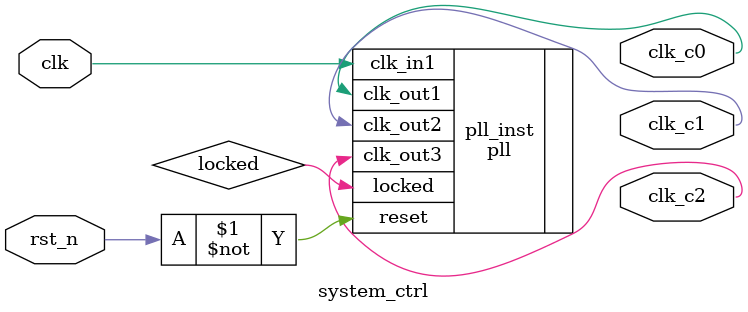
<source format=v>
/*-------------------------------------------------------------------------
Filename			:		system_ctrl.v
===========================================================================
13/02/1
--------------------------------------------------------------------------*/
`timescale 1 ns / 1 ns
module system_ctrl
(
	input 		clk,	      //100MHz
	input 		rst_n,		  //global reset

	output 		clk_c0,	     //65Mhz	
	output 		clk_c1,       //25Mhz
	output      clk_c2        //200Mhz 

);


//----------------------------------------------
//Component instantiation
wire 	locked;	
pll pll_inst
(
	.clk_in1	    (clk),
	.reset	        (~rst_n),
	.locked	        (locked),
			
	.clk_out1		(clk_c0),          //65Mhz	
	.clk_out2		(clk_c1),           //25Mhz	
	.clk_out3		(clk_c2)           //200Mhz		

);


endmodule

</source>
